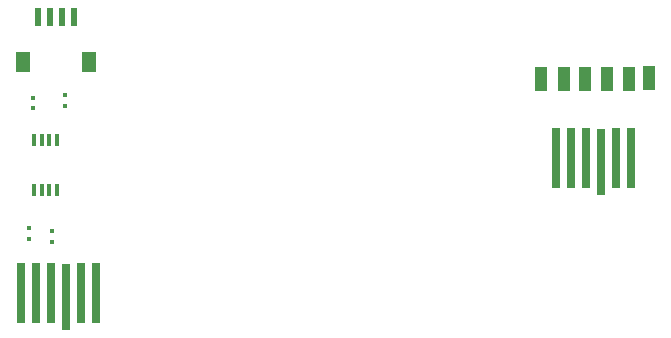
<source format=gbr>
%TF.GenerationSoftware,KiCad,Pcbnew,7.0.10*%
%TF.CreationDate,2024-04-30T13:39:10-04:00*%
%TF.ProjectId,Lego Connector 2,4c65676f-2043-46f6-9e6e-6563746f7220,rev?*%
%TF.SameCoordinates,Original*%
%TF.FileFunction,Soldermask,Top*%
%TF.FilePolarity,Negative*%
%FSLAX46Y46*%
G04 Gerber Fmt 4.6, Leading zero omitted, Abs format (unit mm)*
G04 Created by KiCad (PCBNEW 7.0.10) date 2024-04-30 13:39:10*
%MOMM*%
%LPD*%
G01*
G04 APERTURE LIST*
%ADD10R,1.000000X2.000000*%
%ADD11R,0.787000X5.055000*%
%ADD12R,0.787400X5.613400*%
%ADD13R,1.193800X1.803400*%
%ADD14R,0.609600X1.549400*%
%ADD15R,0.457200X0.457200*%
%ADD16R,0.381000X1.117600*%
G04 APERTURE END LIST*
D10*
%TO.C,H10*%
X129521992Y-67281738D03*
%TD*%
%TO.C,H9*%
X127691992Y-67301738D03*
%TD*%
%TO.C,H7*%
X124001992Y-67301738D03*
%TD*%
%TO.C,H*%
X122081992Y-67301738D03*
%TD*%
%TO.C,H12*%
X131221992Y-67271738D03*
%TD*%
%TO.C,H11*%
X125831992Y-67331738D03*
%TD*%
D11*
%TO.C,U2*%
X129691602Y-74035238D03*
X128421602Y-74035238D03*
D12*
X127151802Y-74314438D03*
D11*
X125881602Y-74035238D03*
X124611602Y-74035238D03*
X123341602Y-74035238D03*
%TD*%
D13*
%TO.C,J1*%
X83809999Y-65905001D03*
X78210001Y-65905001D03*
D14*
X82510000Y-62030000D03*
X81509999Y-62030000D03*
X80510001Y-62030000D03*
X79510000Y-62030000D03*
%TD*%
D15*
%TO.C,R4*%
X81780000Y-68705600D03*
X81780000Y-69620000D03*
%TD*%
%TO.C,R3*%
X79030000Y-69807200D03*
X79030000Y-68892800D03*
%TD*%
%TO.C,R2*%
X80640000Y-80172800D03*
X80640000Y-81087200D03*
%TD*%
%TO.C,R1*%
X78740000Y-80867200D03*
X78740000Y-79952800D03*
%TD*%
D16*
%TO.C,U2*%
X79150002Y-76750000D03*
X79800000Y-76750000D03*
X80450002Y-76750000D03*
X81100000Y-76750000D03*
X81100000Y-72508200D03*
X80450002Y-72508200D03*
X79800000Y-72508200D03*
X79150002Y-72508200D03*
%TD*%
D11*
%TO.C,U1*%
X84429178Y-85479207D03*
X83159178Y-85479207D03*
D12*
X81889378Y-85758407D03*
D11*
X80619178Y-85479207D03*
X79349178Y-85479207D03*
X78079178Y-85479207D03*
%TD*%
M02*

</source>
